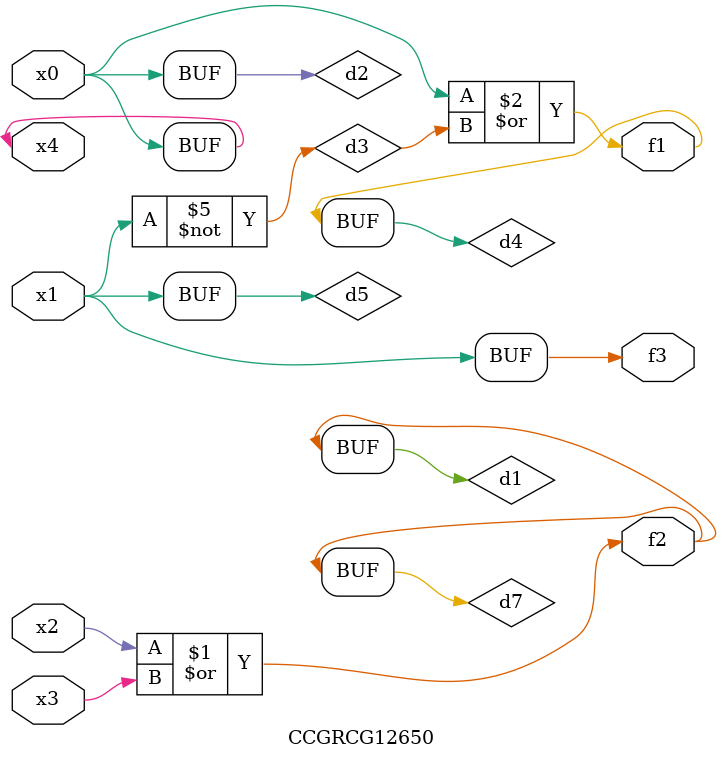
<source format=v>
module CCGRCG12650(
	input x0, x1, x2, x3, x4,
	output f1, f2, f3
);

	wire d1, d2, d3, d4, d5, d6, d7;

	or (d1, x2, x3);
	buf (d2, x0, x4);
	not (d3, x1);
	or (d4, d2, d3);
	not (d5, d3);
	nand (d6, d1, d3);
	or (d7, d1);
	assign f1 = d4;
	assign f2 = d7;
	assign f3 = d5;
endmodule

</source>
